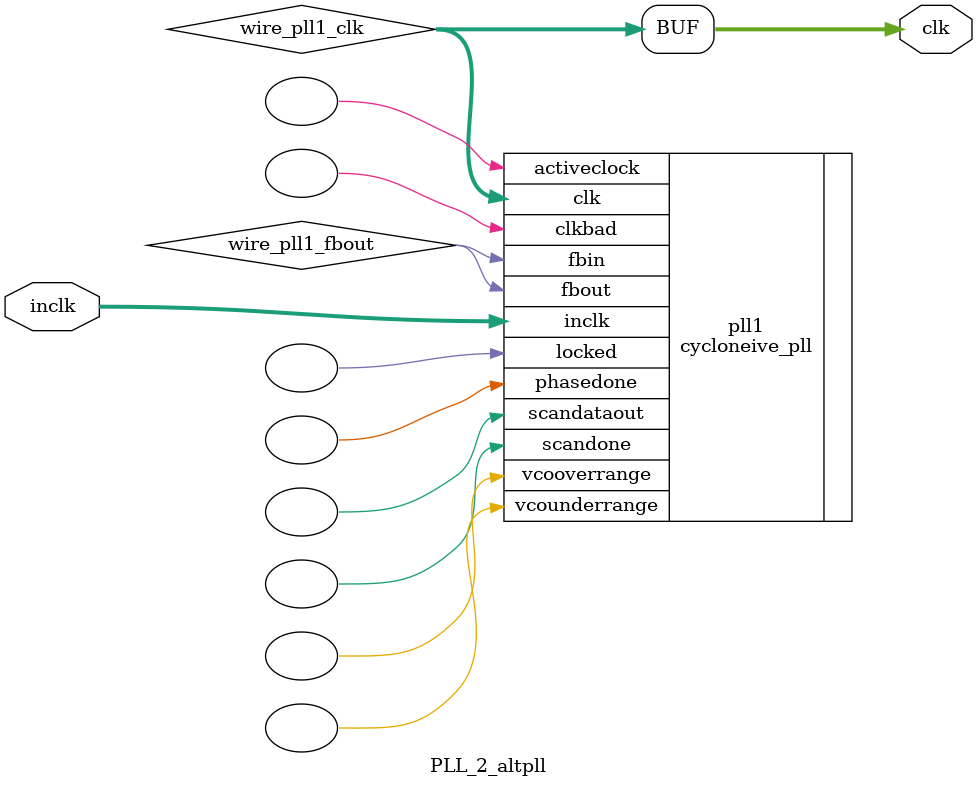
<source format=v>






//synthesis_resources = cycloneive_pll 1 
//synopsys translate_off
`timescale 1 ps / 1 ps
//synopsys translate_on
module  PLL_2_altpll
	( 
	clk,
	inclk) /* synthesis synthesis_clearbox=1 */;
	output   [4:0]  clk;
	input   [1:0]  inclk;
`ifndef ALTERA_RESERVED_QIS
// synopsys translate_off
`endif
	tri0   [1:0]  inclk;
`ifndef ALTERA_RESERVED_QIS
// synopsys translate_on
`endif

	wire  [4:0]   wire_pll1_clk;
	wire  wire_pll1_fbout;

	cycloneive_pll   pll1
	( 
	.activeclock(),
	.clk(wire_pll1_clk),
	.clkbad(),
	.fbin(wire_pll1_fbout),
	.fbout(wire_pll1_fbout),
	.inclk(inclk),
	.locked(),
	.phasedone(),
	.scandataout(),
	.scandone(),
	.vcooverrange(),
	.vcounderrange()
	`ifndef FORMAL_VERIFICATION
	// synopsys translate_off
	`endif
	,
	.areset(1'b0),
	.clkswitch(1'b0),
	.configupdate(1'b0),
	.pfdena(1'b1),
	.phasecounterselect({3{1'b0}}),
	.phasestep(1'b0),
	.phaseupdown(1'b0),
	.scanclk(1'b0),
	.scanclkena(1'b1),
	.scandata(1'b0)
	`ifndef FORMAL_VERIFICATION
	// synopsys translate_on
	`endif
	);
	defparam
		pll1.bandwidth_type = "auto",
		pll1.clk0_divide_by = 1,
		pll1.clk0_duty_cycle = 50,
		pll1.clk0_multiply_by = 2,
		pll1.clk0_phase_shift = "0",
		pll1.compensate_clock = "clk0",
		pll1.inclk0_input_frequency = 20000,
		pll1.operation_mode = "normal",
		pll1.pll_type = "auto",
		pll1.lpm_type = "cycloneive_pll";
	assign
		clk = {wire_pll1_clk[4:0]};
endmodule //PLL_2_altpll
//VALID FILE

</source>
